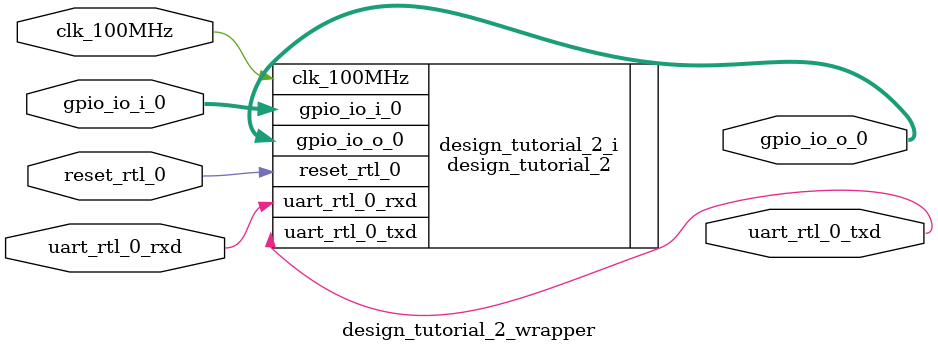
<source format=v>
`timescale 1 ps / 1 ps

module design_tutorial_2_wrapper
   (clk_100MHz,
    gpio_io_i_0,
    gpio_io_o_0,
    reset_rtl_0,
    uart_rtl_0_rxd,
    uart_rtl_0_txd);
  input clk_100MHz;
  input [1:0]gpio_io_i_0;
  output [1:0]gpio_io_o_0;
  input reset_rtl_0;
  input uart_rtl_0_rxd;
  output uart_rtl_0_txd;

  wire clk_100MHz;
  wire [1:0]gpio_io_i_0;
  wire [1:0]gpio_io_o_0;
  wire reset_rtl_0;
  wire uart_rtl_0_rxd;
  wire uart_rtl_0_txd;

  design_tutorial_2 design_tutorial_2_i
       (.clk_100MHz(clk_100MHz),
        .gpio_io_i_0(gpio_io_i_0),
        .gpio_io_o_0(gpio_io_o_0),
        .reset_rtl_0(reset_rtl_0),
        .uart_rtl_0_rxd(uart_rtl_0_rxd),
        .uart_rtl_0_txd(uart_rtl_0_txd));
endmodule

</source>
